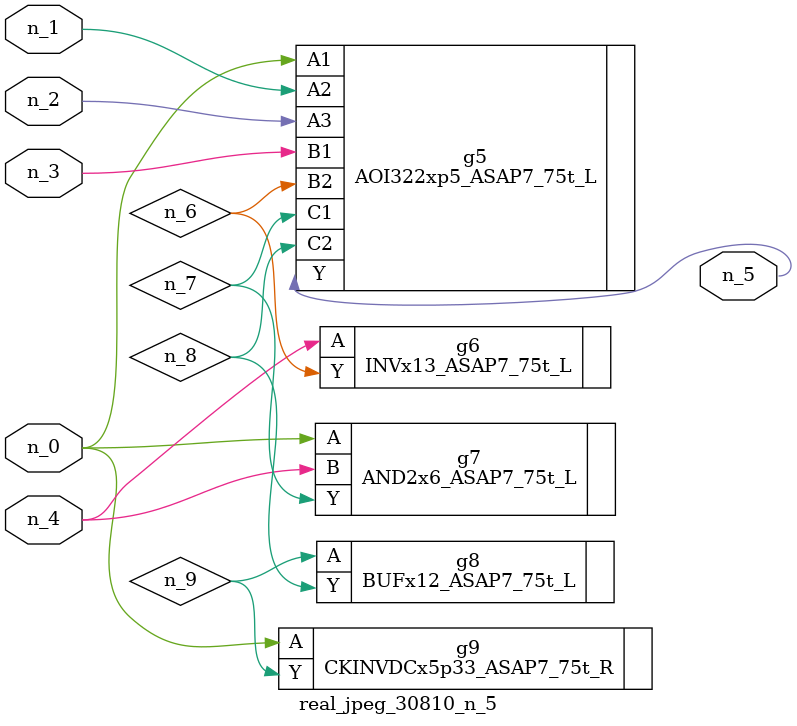
<source format=v>
module real_jpeg_30810_n_5 (n_4, n_0, n_1, n_2, n_3, n_5);

input n_4;
input n_0;
input n_1;
input n_2;
input n_3;

output n_5;

wire n_8;
wire n_6;
wire n_7;
wire n_9;

AOI322xp5_ASAP7_75t_L g5 ( 
.A1(n_0),
.A2(n_1),
.A3(n_2),
.B1(n_3),
.B2(n_6),
.C1(n_7),
.C2(n_8),
.Y(n_5)
);

AND2x6_ASAP7_75t_L g7 ( 
.A(n_0),
.B(n_4),
.Y(n_7)
);

CKINVDCx5p33_ASAP7_75t_R g9 ( 
.A(n_0),
.Y(n_9)
);

INVx13_ASAP7_75t_L g6 ( 
.A(n_4),
.Y(n_6)
);

BUFx12_ASAP7_75t_L g8 ( 
.A(n_9),
.Y(n_8)
);


endmodule
</source>
